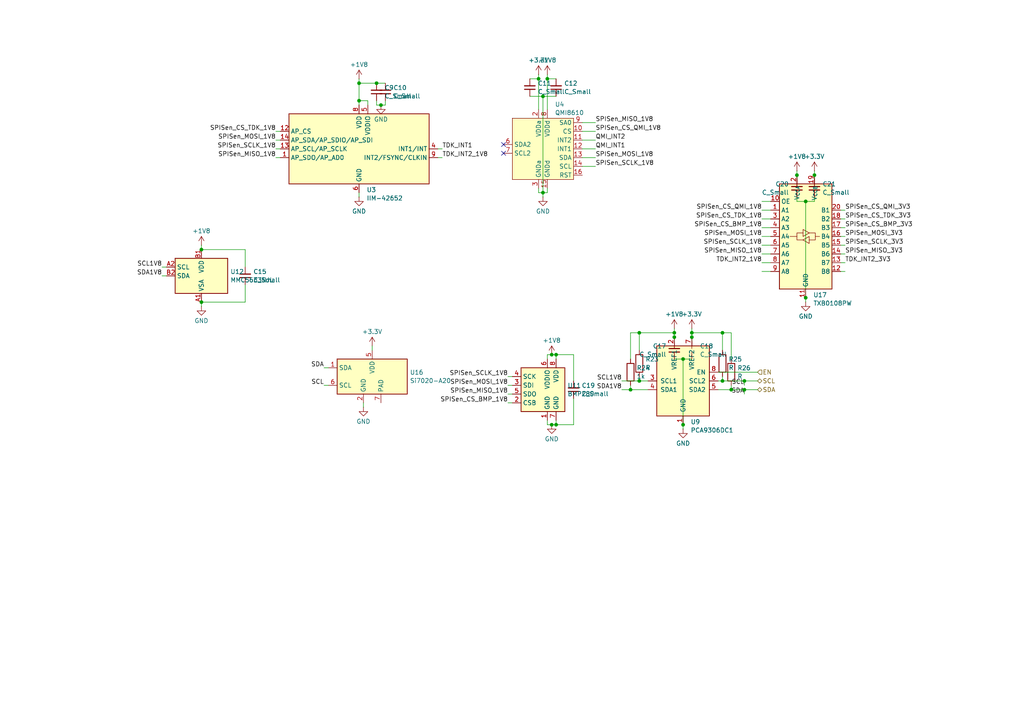
<source format=kicad_sch>
(kicad_sch (version 20231120) (generator "eeschema") (generator_version "8.0")
  (paper "A4")
  (lib_symbols
    (symbol "Device:C_Small" (pin_numbers hide) (pin_names (offset 0.254) hide)
      (property "Reference" "C" (at 0.254 1.778 0))
      (property "Value" "C_Small" (at 0.254 -2.032 0))
      (symbol "C_Small_0_1"
        (polyline (pts (xy -1.524 -0.508) (xy 1.524 -0.508)) (stroke (width 0.3302)))
        (polyline (pts (xy -1.524 0.508) (xy 1.524 0.508)) (stroke (width 0.3048)))
      )
      (symbol "C_Small_1_1"
        (pin passive line (at 0 2.54 270) (length 2.032) (name "~") (number "1"))
        (pin passive line (at 0 -2.54 90) (length 2.032) (name "~") (number "2"))
      )
    )
    (symbol "Device:R" (pin_numbers hide) (pin_names (offset 0))
      (property "Reference" "R" (at 2.032 0 90))
      (property "Value" "R" (at 0 0 90))
      (symbol "R_0_1"
        (rectangle (start -1.016 -2.54) (end 1.016 2.54) (stroke (width 0.254)))
      )
      (symbol "R_1_1"
        (pin passive line (at 0 3.81 270) (length 1.27) (name "~") (number "1"))
        (pin passive line (at 0 -3.81 90) (length 1.27) (name "~") (number "2"))
      )
    )
    (symbol "Interface:PCA9306DC1" (pin_names (offset 1.016))
      (property "Reference" "U" (at -7.62 11.43 0))
      (property "Value" "PCA9306DC1" (at 3.81 11.43 0))
      (symbol "PCA9306DC1_0_1"
        (rectangle (start -7.62 10.16) (end 7.62 -10.16) (stroke (width 0.254)) (fill (type background)))
      )
      (symbol "PCA9306DC1_1_1"
        (pin power_in line (at 0 -12.7 90) (length 2.54) (name "GND") (number "1"))
        (pin power_in line (at -2.54 12.7 270) (length 2.54) (name "VREF1") (number "2"))
        (pin bidirectional line (at -10.16 0 0) (length 2.54) (name "SCL1") (number "3"))
        (pin bidirectional line (at -10.16 -2.54 0) (length 2.54) (name "SDA1") (number "4"))
        (pin bidirectional line (at 10.16 -2.54 180) (length 2.54) (name "SDA2") (number "5"))
        (pin bidirectional line (at 10.16 0 180) (length 2.54) (name "SCL2") (number "6"))
        (pin power_in line (at 2.54 12.7 270) (length 2.54) (name "VREF2") (number "7"))
        (pin input line (at 10.16 2.54 180) (length 2.54) (name "EN") (number "8"))
      )
    )
    (symbol "Logic_LevelTranslator:TXB0108PW"
      (property "Reference" "U" (at -6.35 16.51 0))
      (property "Value" "TXB0108PW" (at 3.81 16.51 0))
      (symbol "TXB0108PW_0_1"
        (rectangle (start -7.62 15.24) (end 7.62 -15.24) (stroke (width 0.254)) (fill (type background)))
        (polyline (pts (xy -2.54 0) (xy -2.54 1.016) (xy -0.762 1.016)))
        (polyline (pts (xy 2.794 0) (xy 2.794 -1.016) (xy 1.016 -1.016)))
        (polyline (pts (xy -0.762 -1.016) (xy -2.54 -1.016) (xy -2.54 0) (xy -4.572 0)))
        (polyline (pts (xy -0.762 -1.016) (xy 1.016 0) (xy 1.016 -2.032) (xy -0.762 -1.016)))
        (polyline (pts (xy 1.016 1.016) (xy -0.762 0) (xy -0.762 2.032) (xy 1.016 1.016)))
        (polyline (pts (xy 1.016 1.016) (xy 2.794 1.016) (xy 2.794 0) (xy 4.064 0)))
      )
      (symbol "TXB0108PW_1_1"
        (pin bidirectional line (at -10.16 7.62 0) (length 2.54) (name "A1") (number "1"))
        (pin input line (at -10.16 10.16 0) (length 2.54) (name "OE") (number "10"))
        (pin power_in line (at 0 -17.78 90) (length 2.54) (name "GND") (number "11"))
        (pin bidirectional line (at 10.16 -10.16 180) (length 2.54) (name "B8") (number "12"))
        (pin bidirectional line (at 10.16 -7.62 180) (length 2.54) (name "B7") (number "13"))
        (pin bidirectional line (at 10.16 -5.08 180) (length 2.54) (name "B6") (number "14"))
        (pin bidirectional line (at 10.16 -2.54 180) (length 2.54) (name "B5") (number "15"))
        (pin bidirectional line (at 10.16 0 180) (length 2.54) (name "B4") (number "16"))
        (pin bidirectional line (at 10.16 2.54 180) (length 2.54) (name "B3") (number "17"))
        (pin bidirectional line (at 10.16 5.08 180) (length 2.54) (name "B2") (number "18"))
        (pin power_in line (at 2.54 17.78 270) (length 2.54) (name "V_{CCB}") (number "19"))
        (pin power_in line (at -2.54 17.78 270) (length 2.54) (name "V_{CCA}") (number "2"))
        (pin bidirectional line (at 10.16 7.62 180) (length 2.54) (name "B1") (number "20"))
        (pin bidirectional line (at -10.16 5.08 0) (length 2.54) (name "A2") (number "3"))
        (pin bidirectional line (at -10.16 2.54 0) (length 2.54) (name "A3") (number "4"))
        (pin bidirectional line (at -10.16 0 0) (length 2.54) (name "A4") (number "5"))
        (pin bidirectional line (at -10.16 -2.54 0) (length 2.54) (name "A5") (number "6"))
        (pin bidirectional line (at -10.16 -5.08 0) (length 2.54) (name "A6") (number "7"))
        (pin bidirectional line (at -10.16 -7.62 0) (length 2.54) (name "A7") (number "8"))
        (pin bidirectional line (at -10.16 -10.16 0) (length 2.54) (name "A8") (number "9"))
      )
    )
    (symbol "New_Library:QMI8610"
      (property "Reference" "U" (at 3.048 12.7 0))
      (property "Value" "QMI8610" (at 6.604 10.668 0))
      (symbol "QMI8610_1_1"
        (rectangle (start -8.89 8.89) (end 8.89 -8.89) (fill (type background)))
        (pin no_connect line (at -11.43 -3.81 0) (length 2.54) hide (name "RESV3") (number "1"))
        (pin input line (at 11.43 5.08 180) (length 2.54) (name "CS") (number "10"))
        (pin input line (at 11.43 2.54 180) (length 2.54) (name "INT2") (number "11"))
        (pin input line (at 11.43 0 180) (length 2.54) (name "INT1") (number "12"))
        (pin bidirectional line (at 11.43 -2.54 180) (length 2.54) (name "SDA") (number "13"))
        (pin bidirectional line (at 11.43 -5.08 180) (length 2.54) (name "SCL") (number "14"))
        (pin power_in line (at 1.27 -11.43 90) (length 2.54) (name "GNDd") (number "15"))
        (pin input line (at 11.43 -7.62 180) (length 2.54) (name "RST") (number "16"))
        (pin power_in line (at -1.27 11.43 270) (length 2.54) (name "VDDa") (number "2"))
        (pin power_in line (at -1.27 -11.43 90) (length 2.54) (name "GNDa") (number "3"))
        (pin no_connect line (at -11.43 6.35 0) (length 2.54) hide (name "RESV2") (number "4"))
        (pin no_connect line (at -11.43 3.81 0) (length 2.54) hide (name "RESV1") (number "5"))
        (pin bidirectional line (at -11.43 1.27 0) (length 2.54) (name "SDA2") (number "6"))
        (pin bidirectional line (at -11.43 -1.27 0) (length 2.54) (name "SCL2") (number "7"))
        (pin power_in line (at 1.27 11.43 270) (length 2.54) (name "VDDd") (number "8"))
        (pin bidirectional line (at 11.43 7.62 180) (length 2.54) (name "SA0") (number "9"))
      )
    )
    (symbol "Sensor_Humidity:Si7020-A20"
      (property "Reference" "U" (at -5.08 7.62 0))
      (property "Value" "Si7020-A20" (at -10.16 10.16 0))
      (symbol "Si7020-A20_0_1"
        (rectangle (start -10.16 5.08) (end 10.16 -5.08) (stroke (width 0.254)) (fill (type background)))
      )
      (symbol "Si7020-A20_1_1"
        (pin bidirectional line (at -12.7 2.54 0) (length 2.54) (name "SDA") (number "1"))
        (pin power_in line (at -2.54 -7.62 90) (length 2.54) (name "GND") (number "2"))
        (pin no_connect line (at 10.16 2.54 180) (length 2.54) hide (name "NC") (number "3"))
        (pin no_connect line (at 10.16 -2.54 180) (length 2.54) hide (name "NC") (number "4"))
        (pin power_in line (at 0 7.62 270) (length 2.54) (name "VDD") (number "5"))
        (pin input line (at -12.7 -2.54 0) (length 2.54) (name "SCL") (number "6"))
        (pin passive line (at 2.54 -7.62 90) (length 2.54) (name "PAD") (number "7"))
      )
    )
    (symbol "Sensor_Magnetic:MMC5633NJL"
      (property "Reference" "U" (at -2.54 8.255 0))
      (property "Value" "MMC5633NJL" (at -2.54 6.35 0))
      (symbol "MMC5633NJL_0_1"
        (rectangle (start -7.62 -5.08) (end 7.62 5.08) (stroke (width 0.254)) (fill (type background)))
      )
      (symbol "MMC5633NJL_1_1"
        (pin power_in line (at 0 -7.62 90) (length 2.54) (name "VSA") (number "A1"))
        (pin input line (at -10.16 2.54 0) (length 2.54) (name "SCL") (number "A2"))
        (pin power_in line (at 0 7.62 270) (length 2.54) (name "VDD") (number "B1"))
        (pin bidirectional line (at -10.16 0 0) (length 2.54) (name "SDA") (number "B2"))
      )
    )
    (symbol "Sensor_Motion:IIM-42652"
      (property "Reference" "U" (at -19.05 11.43 0))
      (property "Value" "IIM-42652" (at 15.24 11.43 0))
      (symbol "IIM-42652_0_1"
        (rectangle (start -20.32 10.16) (end 20.32 -10.16) (stroke (width 0.254)) (fill (type background)))
      )
      (symbol "IIM-42652_1_1"
        (pin input line (at -22.86 -2.54 0) (length 2.54) (name "AP_SDO/AP_AD0") (number "1"))
        (pin no_connect line (at 20.32 2.54 180) (length 2.54) hide (name "RESV") (number "10"))
        (pin no_connect line (at 20.32 -7.62 180) (length 2.54) hide (name "RESV") (number "11"))
        (pin input line (at -22.86 5.08 0) (length 2.54) (name "AP_CS") (number "12"))
        (pin input line (at -22.86 0 0) (length 2.54) (name "AP_SCL/AP_SCLK") (number "13"))
        (pin bidirectional line (at -22.86 2.54 0) (length 2.54) (name "AP_SDA/AP_SDIO/AP_SDI") (number "14"))
        (pin no_connect line (at 20.32 7.62 180) (length 2.54) hide (name "RESV") (number "2"))
        (pin no_connect line (at 20.32 5.08 180) (length 2.54) hide (name "RESV") (number "3"))
        (pin output line (at 22.86 0 180) (length 2.54) (name "INT1/INT") (number "4"))
        (pin power_in line (at 2.54 12.7 270) (length 2.54) (name "VDDIO") (number "5"))
        (pin power_in line (at 0 -12.7 90) (length 2.54) (name "GND") (number "6"))
        (pin passive line (at 0 -12.7 90) (length 2.54) hide (name "GND") (number "7"))
        (pin power_in line (at 0 12.7 270) (length 2.54) (name "VDD") (number "8"))
        (pin bidirectional line (at 22.86 -2.54 180) (length 2.54) (name "INT2/FSYNC/CLKIN") (number "9"))
      )
    )
    (symbol "Sensor_Pressure:BMP280"
      (property "Reference" "U" (at -7.62 10.16 0))
      (property "Value" "BMP280" (at 5.08 10.16 0))
      (symbol "BMP280_0_1"
        (rectangle (start -7.62 -5.08) (end 5.08 7.62) (stroke (width 0.254)) (fill (type background)))
      )
      (symbol "BMP280_1_1"
        (pin power_in line (at 0 -7.62 90) (length 2.54) (name "GND") (number "1"))
        (pin input line (at -10.16 -2.54 0) (length 2.54) (name "CSB") (number "2"))
        (pin bidirectional line (at -10.16 2.54 0) (length 2.54) (name "SDI") (number "3"))
        (pin input line (at -10.16 5.08 0) (length 2.54) (name "SCK") (number "4"))
        (pin bidirectional line (at -10.16 0 0) (length 2.54) (name "SDO") (number "5"))
        (pin power_in line (at 0 10.16 270) (length 2.54) (name "VDDIO") (number "6"))
        (pin power_in line (at 2.54 -7.62 90) (length 2.54) (name "GND") (number "7"))
        (pin power_in line (at 2.54 10.16 270) (length 2.54) (name "VDD") (number "8"))
      )
    )
    (symbol "power:+1V8" (power) (pin_numbers hide) (pin_names (offset 0) hide)
      (property "Value" "+1V8" (at 0 3.556 0))
      (symbol "+1V8_0_1"
        (polyline (pts (xy -0.762 1.27) (xy 0 2.54)))
        (polyline (pts (xy 0 0) (xy 0 2.54)))
        (polyline (pts (xy 0 2.54) (xy 0.762 1.27)))
      )
      (symbol "+1V8_1_1"
        (pin power_in line (at 0 0 90) (length 0) (name "~") (number "1"))
      )
    )
    (symbol "power:+3.3V" (power) (pin_numbers hide) (pin_names (offset 0) hide)
      (property "Value" "+3.3V" (at 0 3.556 0))
      (symbol "+3.3V_0_1"
        (polyline (pts (xy -0.762 1.27) (xy 0 2.54)))
        (polyline (pts (xy 0 0) (xy 0 2.54)))
        (polyline (pts (xy 0 2.54) (xy 0.762 1.27)))
      )
      (symbol "+3.3V_1_1"
        (pin power_in line (at 0 0 90) (length 0) (name "~") (number "1"))
      )
    )
    (symbol "power:GND" (power) (pin_numbers hide) (pin_names (offset 0) hide)
      (property "Value" "GND" (at 0 -3.81 0))
      (symbol "GND_0_1"
        (polyline (pts (xy 0 0) (xy 0 -1.27) (xy 1.27 -1.27) (xy 0 -2.54) (xy -1.27 -1.27) (xy 0 -1.27)))
      )
      (symbol "GND_1_1"
        (pin power_in line (at 0 0 270) (length 0) (name "~") (number "1"))
      )
    )
  )
  (junction (at 157.48 55.88))
  (junction (at 185.42 96.52))
  (junction (at 109.22 24.13))
  (junction (at 110.49 30.48))
  (junction (at 104.14 24.13))
  (junction (at 200.66 97.79))
  (junction (at 156.21 22.86))
  (junction (at 209.55 110.49))
  (junction (at 160.02 102.87))
  (junction (at 182.88 113.03))
  (junction (at 195.58 97.79))
  (junction (at 195.58 96.52))
  (junction (at 198.12 123.19))
  (junction (at 200.66 96.52))
  (junction (at 212.09 113.03))
  (junction (at 158.75 22.86))
  (junction (at 233.68 86.36))
  (junction (at 236.22 50.8))
  (junction (at 198.12 104.14))
  (junction (at 161.29 102.87))
  (junction (at 58.42 72.39))
  (junction (at 157.48 27.94))
  (junction (at 58.42 87.63))
  (junction (at 161.29 123.19))
  (junction (at 233.68 58.42))
  (junction (at 231.14 50.8))
  (junction (at 215.9 113.03))
  (junction (at 160.02 123.19))
  (junction (at 209.55 96.52))
  (junction (at 215.9 110.49))
  (junction (at 104.14 29.21))
  (junction (at 185.42 110.49))
  (no_connect (at 146.05 41.91))
  (no_connect (at 146.05 44.45))
  (wire (pts (xy 147.32 109.22) (xy 148.59 109.22)))
  (wire (pts (xy 195.58 97.79) (xy 195.58 96.52)))
  (wire (pts (xy 104.14 29.21) (xy 104.14 30.48)))
  (wire (pts (xy 153.67 22.86) (xy 156.21 22.86)))
  (wire (pts (xy 156.21 22.86) (xy 156.21 31.75)))
  (wire (pts (xy 212.09 113.03) (xy 215.9 113.03)))
  (wire (pts (xy 147.32 116.84) (xy 148.59 116.84)))
  (wire (pts (xy 243.84 76.2) (xy 245.11 76.2)))
  (wire (pts (xy 185.42 110.49) (xy 187.96 110.49)))
  (wire (pts (xy 220.98 66.04) (xy 223.52 66.04)))
  (wire (pts (xy 220.98 60.96) (xy 223.52 60.96)))
  (wire (pts (xy 182.88 111.76) (xy 182.88 113.03)))
  (wire (pts (xy 195.58 95.25) (xy 195.58 96.52)))
  (wire (pts (xy 80.01 43.18) (xy 81.28 43.18)))
  (wire (pts (xy 180.34 110.49) (xy 185.42 110.49)))
  (wire (pts (xy 243.84 60.96) (xy 245.11 60.96)))
  (wire (pts (xy 158.75 22.86) (xy 161.29 22.86)))
  (wire (pts (xy 80.01 45.72) (xy 81.28 45.72)))
  (wire (pts (xy 158.75 123.19) (xy 160.02 123.19)))
  (wire (pts (xy 168.91 35.56) (xy 172.72 35.56)))
  (wire (pts (xy 182.88 113.03) (xy 187.96 113.03)))
  (wire (pts (xy 168.91 43.18) (xy 172.72 43.18)))
  (wire (pts (xy 104.14 55.88) (xy 104.14 57.15)))
  (wire (pts (xy 106.68 30.48) (xy 106.68 29.21)))
  (wire (pts (xy 220.98 58.42) (xy 223.52 58.42)))
  (wire (pts (xy 209.55 109.22) (xy 209.55 110.49)))
  (wire (pts (xy 156.21 21.59) (xy 156.21 22.86)))
  (wire (pts (xy 168.91 48.26) (xy 172.72 48.26)))
  (wire (pts (xy 243.84 78.74) (xy 245.11 78.74)))
  (wire (pts (xy 215.9 110.49) (xy 219.71 110.49)))
  (wire (pts (xy 220.98 68.58) (xy 223.52 68.58)))
  (wire (pts (xy 157.48 27.94) (xy 161.29 27.94)))
  (wire (pts (xy 208.28 110.49) (xy 209.55 110.49)))
  (wire (pts (xy 233.68 58.42) (xy 236.22 58.42)))
  (wire (pts (xy 220.98 71.12) (xy 223.52 71.12)))
  (wire (pts (xy 236.22 49.53) (xy 236.22 50.8)))
  (wire (pts (xy 157.48 55.88) (xy 157.48 57.15)))
  (wire (pts (xy 153.67 27.94) (xy 157.48 27.94)))
  (wire (pts (xy 198.12 104.14) (xy 198.12 123.19)))
  (wire (pts (xy 212.09 96.52) (xy 209.55 96.52)))
  (wire (pts (xy 200.66 96.52) (xy 209.55 96.52)))
  (wire (pts (xy 127 43.18) (xy 128.27 43.18)))
  (wire (pts (xy 109.22 30.48) (xy 110.49 30.48)))
  (wire (pts (xy 104.14 24.13) (xy 104.14 29.21)))
  (wire (pts (xy 231.14 58.42) (xy 233.68 58.42)))
  (wire (pts (xy 71.12 82.55) (xy 71.12 87.63)))
  (wire (pts (xy 195.58 99.06) (xy 195.58 97.79)))
  (wire (pts (xy 157.48 55.88) (xy 158.75 55.88)))
  (wire (pts (xy 158.75 121.92) (xy 158.75 123.19)))
  (wire (pts (xy 104.14 29.21) (xy 106.68 29.21)))
  (wire (pts (xy 104.14 24.13) (xy 109.22 24.13)))
  (wire (pts (xy 93.98 106.68) (xy 95.25 106.68)))
  (wire (pts (xy 182.88 96.52) (xy 185.42 96.52)))
  (wire (pts (xy 208.28 113.03) (xy 212.09 113.03)))
  (wire (pts (xy 220.98 63.5) (xy 223.52 63.5)))
  (wire (pts (xy 147.32 114.3) (xy 148.59 114.3)))
  (wire (pts (xy 71.12 72.39) (xy 58.42 72.39)))
  (wire (pts (xy 158.75 104.14) (xy 158.75 102.87)))
  (wire (pts (xy 209.55 101.6) (xy 209.55 96.52)))
  (wire (pts (xy 166.37 110.49) (xy 166.37 102.87)))
  (wire (pts (xy 109.22 24.13) (xy 111.76 24.13)))
  (wire (pts (xy 158.75 102.87) (xy 160.02 102.87)))
  (wire (pts (xy 198.12 123.19) (xy 198.12 124.46)))
  (wire (pts (xy 200.66 95.25) (xy 200.66 96.52)))
  (wire (pts (xy 46.99 80.01) (xy 48.26 80.01)))
  (wire (pts (xy 212.09 104.14) (xy 212.09 96.52)))
  (wire (pts (xy 110.49 30.48) (xy 111.76 30.48)))
  (wire (pts (xy 200.66 99.06) (xy 200.66 97.79)))
  (wire (pts (xy 236.22 52.07) (xy 236.22 50.8)))
  (wire (pts (xy 220.98 73.66) (xy 223.52 73.66)))
  (wire (pts (xy 200.66 96.52) (xy 200.66 97.79)))
  (wire (pts (xy 212.09 111.76) (xy 212.09 113.03)))
  (wire (pts (xy 166.37 115.57) (xy 166.37 123.19)))
  (wire (pts (xy 182.88 104.14) (xy 182.88 96.52)))
  (wire (pts (xy 166.37 123.19) (xy 161.29 123.19)))
  (wire (pts (xy 157.48 27.94) (xy 157.48 55.88)))
  (wire (pts (xy 160.02 123.19) (xy 161.29 123.19)))
  (wire (pts (xy 58.42 87.63) (xy 58.42 88.9)))
  (wire (pts (xy 46.99 77.47) (xy 48.26 77.47)))
  (wire (pts (xy 168.91 45.72) (xy 172.72 45.72)))
  (wire (pts (xy 80.01 40.64) (xy 81.28 40.64)))
  (wire (pts (xy 161.29 102.87) (xy 161.29 104.14)))
  (wire (pts (xy 58.42 71.12) (xy 58.42 72.39)))
  (wire (pts (xy 158.75 55.88) (xy 158.75 54.61)))
  (wire (pts (xy 209.55 110.49) (xy 215.9 110.49)))
  (wire (pts (xy 156.21 54.61) (xy 156.21 55.88)))
  (wire (pts (xy 243.84 68.58) (xy 245.11 68.58)))
  (wire (pts (xy 220.98 76.2) (xy 223.52 76.2)))
  (wire (pts (xy 93.98 111.76) (xy 95.25 111.76)))
  (wire (pts (xy 220.98 78.74) (xy 223.52 78.74)))
  (wire (pts (xy 243.84 66.04) (xy 245.11 66.04)))
  (wire (pts (xy 158.75 22.86) (xy 158.75 31.75)))
  (wire (pts (xy 185.42 101.6) (xy 185.42 96.52)))
  (wire (pts (xy 166.37 102.87) (xy 161.29 102.87)))
  (wire (pts (xy 161.29 121.92) (xy 161.29 123.19)))
  (wire (pts (xy 156.21 55.88) (xy 157.48 55.88)))
  (wire (pts (xy 236.22 58.42) (xy 236.22 57.15)))
  (wire (pts (xy 231.14 52.07) (xy 231.14 50.8)))
  (wire (pts (xy 160.02 102.87) (xy 161.29 102.87)))
  (wire (pts (xy 215.9 113.03) (xy 219.71 113.03)))
  (wire (pts (xy 127 45.72) (xy 128.27 45.72)))
  (wire (pts (xy 71.12 87.63) (xy 58.42 87.63)))
  (wire (pts (xy 231.14 57.15) (xy 231.14 58.42)))
  (wire (pts (xy 243.84 63.5) (xy 245.11 63.5)))
  (wire (pts (xy 185.42 96.52) (xy 195.58 96.52)))
  (wire (pts (xy 107.95 100.33) (xy 107.95 101.6)))
  (wire (pts (xy 215.9 110.49) (xy 215.9 111.76)))
  (wire (pts (xy 215.9 113.03) (xy 215.9 114.3)))
  (wire (pts (xy 168.91 40.64) (xy 172.72 40.64)))
  (wire (pts (xy 208.28 107.95) (xy 219.71 107.95)))
  (wire (pts (xy 243.84 73.66) (xy 245.11 73.66)))
  (wire (pts (xy 71.12 77.47) (xy 71.12 72.39)))
  (wire (pts (xy 80.01 38.1) (xy 81.28 38.1)))
  (wire (pts (xy 195.58 104.14) (xy 198.12 104.14)))
  (wire (pts (xy 233.68 58.42) (xy 233.68 86.36)))
  (wire (pts (xy 168.91 38.1) (xy 172.72 38.1)))
  (wire (pts (xy 111.76 30.48) (xy 111.76 29.21)))
  (wire (pts (xy 180.34 113.03) (xy 182.88 113.03)))
  (wire (pts (xy 233.68 86.36) (xy 233.68 87.63)))
  (wire (pts (xy 198.12 104.14) (xy 200.66 104.14)))
  (wire (pts (xy 243.84 71.12) (xy 245.11 71.12)))
  (wire (pts (xy 105.41 116.84) (xy 105.41 118.11)))
  (wire (pts (xy 147.32 111.76) (xy 148.59 111.76)))
  (wire (pts (xy 109.22 29.21) (xy 109.22 30.48)))
  (wire (pts (xy 104.14 22.86) (xy 104.14 24.13)))
  (wire (pts (xy 158.75 21.59) (xy 158.75 22.86)))
  (wire (pts (xy 185.42 109.22) (xy 185.42 110.49)))
  (wire (pts (xy 231.14 49.53) (xy 231.14 50.8)))
  (label "SPISen_MOSI_3V3" (at 245.11 68.58 0))
  (label "SPISen_MOSI_1V8" (at 220.98 68.58 180))
  (label "SPISen_MISO_1V8" (at 172.72 35.56 0))
  (label "SPISen_CS_BMP_3V3" (at 245.11 66.04 0))
  (label "SPISen_MOSI_1V8" (at 147.32 111.76 180))
  (label "SDA1V8" (at 46.99 80.01 180))
  (label "SPISen_CS_QMI_1V8" (at 220.98 60.96 180))
  (label "QMI_INT2" (at 172.72 40.64 0))
  (label "TDK_INT2_1V8" (at 128.27 45.72 0))
  (label "SPISen_CS_QMI_3V3" (at 245.11 60.96 0))
  (label "SPISen_CS_TDK_1V8" (at 80.01 38.1 180))
  (label "SPISen_MOSI_1V8" (at 80.01 40.64 180))
  (label "SCL" (at 93.98 111.76 180))
  (label "SDA" (at 93.98 106.68 180))
  (label "SPISen_MISO_1V8" (at 147.32 114.3 180))
  (label "SPISen_CS_QMI_1V8" (at 172.72 38.1 0))
  (label "SPISen_CS_TDK_1V8" (at 220.98 63.5 180))
  (label "SPISen_MOSI_1V8" (at 172.72 45.72 0))
  (label "SCL" (at 215.9 111.76 180))
  (label "SPISen_MISO_1V8" (at 80.01 45.72 180))
  (label "SCL1V8" (at 46.99 77.47 180))
  (label "TDK_INT2_1V8" (at 220.98 76.2 180))
  (label "SPISen_CS_BMP_1V8" (at 220.98 66.04 180))
  (label "TDK_INT2_3V3" (at 245.11 76.2 0))
  (label "SPISen_CS_BMP_1V8" (at 147.32 116.84 180))
  (label "SDA1V8" (at 180.34 113.03 180))
  (label "SPISen_MISO_3V3" (at 245.11 73.66 0))
  (label "SPISen_SCLK_1V8" (at 220.98 71.12 180))
  (label "TDK_INT1" (at 128.27 43.18 0))
  (label "QMI_INT1" (at 172.72 43.18 0))
  (label "SPISen_CS_TDK_3V3" (at 245.11 63.5 0))
  (label "SPISen_MISO_1V8" (at 220.98 73.66 180))
  (label "SDA" (at 215.9 114.3 180))
  (label "SPISen_SCLK_1V8" (at 147.32 109.22 180))
  (label "SPISen_SCLK_1V8" (at 80.01 43.18 180))
  (label "SPISen_SCLK_1V8" (at 172.72 48.26 0))
  (label "SPISen_SCLK_3V3" (at 245.11 71.12 0))
  (label "SCL1V8" (at 180.34 110.49 180))
  (hierarchical_label "SCL" (shape bidirectional) (at 219.71 110.49 0))
  (hierarchical_label "SDA" (shape bidirectional) (at 219.71 113.03 0))
  (hierarchical_label "EN" (shape input) (at 219.71 107.95 0))
  (symbol (lib_id "power:GND") (at 104.14 57.15 0) (unit 1)
    (property "Reference" "#PWR017" (effects (hide yes)))
    (property "Value" "GND" (at 104.14 61.2831 0))
    (property "Description" "Power symbol creates a global label with name \"GND\" , ground" (effects (hide yes)))
  )
  (symbol (lib_id "power:+1V8") (at 195.58 95.25 0) (unit 1)
    (property "Reference" "#PWR036" (effects (hide yes)))
    (property "Value" "+1V8" (at 195.58 91.1169 0))
    (property "Description" "Power symbol creates a global label with name \"+1V8\"" (effects (hide yes)))
  )
  (symbol (lib_id "power:GND") (at 58.42 88.9 0) (unit 1)
    (property "Reference" "#PWR039" (effects (hide yes)))
    (property "Value" "GND" (at 58.42 93.0331 0))
    (property "Description" "Power symbol creates a global label with name \"GND\" , ground" (effects (hide yes)))
  )
  (symbol (lib_id "Logic_LevelTranslator:TXB0108PW") (at 233.68 68.58 0) (unit 1)
    (property "Reference" "U17" (at 235.8741 85.5401 0) (effects (justify left)))
    (property "Value" "TXB0108PW" (at 235.8741 87.9644 0) (effects (justify left)))
    (property "Footprint" "Package_SO:TSSOP-20_4.4x6.5mm_P0.65mm" (effects (hide yes)))
    (property "Datasheet" "http://www.ti.com/lit/ds/symlink/txb0108.pdf" (effects (hide yes)))
    (property "Description" "8-Bit Bidirectional Voltage-Level Translator, Auto Direction Sensing and ±15-kV ESD Protection, 1.2 - 3.6V APort, 1.65 - 5.5V BPort, TSSOP-20" (effects (hide yes)))
  )
  (symbol (lib_id "Device:C_Small") (at 71.12 80.01 180) (unit 1)
    (property "Reference" "C15" (at 73.4441 78.7914 0) (effects (justify right)))
    (property "Value" "C_Small" (at 73.4441 81.2157 0) (effects (justify right)))
    (property "Footprint" "Capacitor_SMD:C_0402_1005Metric" (effects (hide yes)))
    (property "Description" "Unpolarized capacitor, small symbol" (effects (hide yes)))
  )
  (symbol (lib_id "Device:R") (at 185.42 105.41 0) (unit 1)
    (property "Reference" "R23" (at 187.198 104.1978 0) (effects (justify left)))
    (property "Value" "R" (at 187.198 106.6221 0) (effects (justify left)))
    (property "Footprint" "Resistor_SMD:R_0402_1005Metric" (effects (hide yes)))
    (property "Description" "Resistor" (effects (hide yes)))
  )
  (symbol (lib_id "Device:C_Small") (at 236.22 54.61 180) (unit 1)
    (property "Reference" "C21" (at 238.5441 53.3914 0) (effects (justify right)))
    (property "Value" "C_Small" (at 238.5441 55.8157 0) (effects (justify right)))
    (property "Footprint" "Capacitor_SMD:C_0402_1005Metric" (effects (hide yes)))
    (property "Description" "Unpolarized capacitor, small symbol" (effects (hide yes)))
  )
  (symbol (lib_id "power:+3.3V") (at 236.22 49.53 0) (unit 1)
    (property "Reference" "#PWR058" (effects (hide yes)))
    (property "Value" "+3.3V" (at 236.22 45.3969 0))
    (property "Description" "Power symbol creates a global label with name \"+3.3V\"" (effects (hide yes)))
  )
  (symbol (lib_id "power:+1V8") (at 104.14 22.86 0) (unit 1)
    (property "Reference" "#PWR013" (effects (hide yes)))
    (property "Value" "+1V8" (at 104.14 18.7269 0))
    (property "Description" "Power symbol creates a global label with name \"+1V8\"" (effects (hide yes)))
  )
  (symbol (lib_id "power:GND") (at 233.68 87.63 0) (unit 1)
    (property "Reference" "#PWR057" (effects (hide yes)))
    (property "Value" "GND" (at 233.68 91.7631 0))
    (property "Description" "Power symbol creates a global label with name \"GND\" , ground" (effects (hide yes)))
  )
  (symbol (lib_id "Device:C_Small") (at 166.37 113.03 180) (unit 1)
    (property "Reference" "C19" (at 168.6941 111.8114 0) (effects (justify right)))
    (property "Value" "C_Small" (at 168.6941 114.2357 0) (effects (justify right)))
    (property "Footprint" "Capacitor_SMD:C_0402_1005Metric" (effects (hide yes)))
    (property "Description" "Unpolarized capacitor, small symbol" (effects (hide yes)))
  )
  (symbol (lib_id "power:+1V8") (at 160.02 102.87 0) (unit 1)
    (property "Reference" "#PWR038" (effects (hide yes)))
    (property "Value" "+1V8" (at 160.02 98.7369 0))
    (property "Description" "Power symbol creates a global label with name \"+1V8\"" (effects (hide yes)))
  )
  (symbol (lib_id "Device:R") (at 212.09 107.95 0) (unit 1)
    (property "Reference" "R26" (at 213.868 106.7378 0) (effects (justify left)))
    (property "Value" "R" (at 213.868 109.1621 0) (effects (justify left)))
    (property "Footprint" "Resistor_SMD:R_0402_1005Metric" (effects (hide yes)))
    (property "Description" "Resistor" (effects (hide yes)))
  )
  (symbol (lib_id "Sensor_Motion:IIM-42652") (at 104.14 43.18 0) (unit 1)
    (property "Reference" "U3" (at 106.3341 55.0601 0) (effects (justify left)))
    (property "Value" "IIM-42652" (at 106.3341 57.4844 0) (effects (justify left)))
    (property "Footprint" "Package_LGA:Bosch_LGA-14_3x2.5mm_P0.5mm" (effects (hide yes)))
    (property "Datasheet" "https://invensense.tdk.com/wp-content/uploads/2021/01/ds-000440_iim-42652-datasheet.pdf" (effects (hide yes)))
    (property "Description" "6-axis MEMS gyroscope/accelerometer, I2C/I3C/SPI interface, 1.71 to 3.3V, LGA-14" (effects (hide yes)))
  )
  (symbol (lib_id "power:+1V8") (at 58.42 71.12 0) (unit 1)
    (property "Reference" "#PWR040" (effects (hide yes)))
    (property "Value" "+1V8" (at 58.42 66.9869 0))
    (property "Description" "Power symbol creates a global label with name \"+1V8\"" (effects (hide yes)))
  )
  (symbol (lib_id "Device:R") (at 209.55 105.41 0) (unit 1)
    (property "Reference" "R25" (at 211.328 104.1978 0) (effects (justify left)))
    (property "Value" "R" (at 211.328 106.6221 0) (effects (justify left)))
    (property "Footprint" "Resistor_SMD:R_0402_1005Metric" (effects (hide yes)))
    (property "Description" "Resistor" (effects (hide yes)))
  )
  (symbol (lib_id "Device:R") (at 182.88 107.95 0) (unit 1)
    (property "Reference" "R24" (at 184.658 106.7378 0) (effects (justify left)))
    (property "Value" "1k" (at 184.658 109.1621 0) (effects (justify left)))
    (property "Footprint" "Resistor_SMD:R_0402_1005Metric" (effects (hide yes)))
    (property "Description" "Resistor" (effects (hide yes)))
  )
  (symbol (lib_id "power:+3.3V") (at 200.66 95.25 0) (unit 1)
    (property "Reference" "#PWR037" (effects (hide yes)))
    (property "Value" "+3.3V" (at 200.66 91.1169 0))
    (property "Description" "Power symbol creates a global label with name \"+3.3V\"" (effects (hide yes)))
  )
  (symbol (lib_id "power:+1V8") (at 158.75 21.59 0) (unit 1)
    (property "Reference" "#PWR022" (effects (hide yes)))
    (property "Value" "+1V8" (at 158.75 17.4569 0))
    (property "Description" "Power symbol creates a global label with name \"+1V8\"" (effects (hide yes)))
  )
  (symbol (lib_id "Device:C_Small") (at 111.76 26.67 180) (unit 1)
    (property "Reference" "C10" (at 114.0841 25.4514 0) (effects (justify right)))
    (property "Value" "C_Small" (at 114.0841 27.8757 0) (effects (justify right)))
    (property "Footprint" "Capacitor_SMD:C_0402_1005Metric" (effects (hide yes)))
    (property "Description" "Unpolarized capacitor, small symbol" (effects (hide yes)))
  )
  (symbol (lib_id "Device:C_Small") (at 231.14 54.61 0) (mirror x) (unit 1)
    (property "Reference" "C20" (at 228.8159 53.3914 0) (effects (justify right)))
    (property "Value" "C_Small" (at 228.8159 55.8157 0) (effects (justify right)))
    (property "Footprint" "Capacitor_SMD:C_0402_1005Metric" (effects (hide yes)))
    (property "Description" "Unpolarized capacitor, small symbol" (effects (hide yes)))
  )
  (symbol (lib_id "power:GND") (at 110.49 30.48 0) (unit 1)
    (property "Reference" "#PWR018" (effects (hide yes)))
    (property "Value" "GND" (at 110.49 34.6131 0))
    (property "Description" "Power symbol creates a global label with name \"GND\" , ground" (effects (hide yes)))
  )
  (symbol (lib_id "Device:C_Small") (at 200.66 101.6 180) (unit 1)
    (property "Reference" "C18" (at 202.9841 100.3814 0) (effects (justify right)))
    (property "Value" "C_Small" (at 202.9841 102.8057 0) (effects (justify right)))
    (property "Footprint" "Capacitor_SMD:C_0402_1005Metric" (effects (hide yes)))
    (property "Description" "Unpolarized capacitor, small symbol" (effects (hide yes)))
  )
  (symbol (lib_id "power:+3.3V") (at 107.95 100.33 0) (unit 1)
    (property "Reference" "#PWR045" (effects (hide yes)))
    (property "Value" "+3.3V" (at 107.95 96.1969 0))
    (property "Description" "Power symbol creates a global label with name \"+3.3V\"" (effects (hide yes)))
  )
  (symbol (lib_id "Device:C_Small") (at 109.22 26.67 180) (unit 1)
    (property "Reference" "C9" (at 111.5441 25.4514 0) (effects (justify right)))
    (property "Value" "C_Small" (at 111.5441 27.8757 0) (effects (justify right)))
    (property "Footprint" "Capacitor_SMD:C_0402_1005Metric" (effects (hide yes)))
    (property "Description" "Unpolarized capacitor, small symbol" (effects (hide yes)))
  )
  (symbol (lib_id "power:GND") (at 105.41 118.11 0) (unit 1)
    (property "Reference" "#PWR046" (effects (hide yes)))
    (property "Value" "GND" (at 105.41 122.2431 0))
    (property "Description" "Power symbol creates a global label with name \"GND\" , ground" (effects (hide yes)))
  )
  (symbol (lib_id "Interface:PCA9306DC1") (at 198.12 110.49 0) (unit 1)
    (property "Reference" "U9" (at 200.3141 122.3701 0) (effects (justify left)))
    (property "Value" "PCA9306DC1" (at 200.3141 124.7944 0) (effects (justify left)))
    (property "Footprint" "Package_SO:VSSOP-8_2.3x2mm_P0.5mm" (effects (hide yes)))
    (property "Datasheet" "https://www.nxp.com/docs/en/data-sheet/PCA9306.pdf" (effects (hide yes)))
    (property "Description" "Dual bidirectional I2C Bus and SMBus voltage level translator, VSSOP-8" (effects (hide yes)))
  )
  (symbol (lib_id "New_Library:QMI8610") (at 157.48 43.18 0) (unit 1)
    (property "Reference" "U4" (at 160.9441 30.2725 0) (effects (justify left)))
    (property "Value" "QMI8610" (at 160.9441 32.6968 0) (effects (justify left)))
    (property "Footprint" "Package_LGA:LGA-16_3x3mm_P0.5mm" (effects (hide yes)))
    (property "Datasheet" "https://www.semiee.com/e7479686-6a3a-4c63-92fb-a2e34082e55b.html" (effects (hide yes)))
    (property "Description" "6-Axis IMU" (effects (hide yes)))
  )
  (symbol (lib_id "Sensor_Humidity:Si7020-A20") (at 107.95 109.22 0) (unit 1)
    (property "Reference" "U16" (at 118.872 108.0078 0) (effects (justify left)))
    (property "Value" "Si7020-A20" (at 118.872 110.4321 0) (effects (justify left)))
    (property "Footprint" "Package_DFN_QFN:DFN-6-1EP_3x3mm_P1mm_EP1.5x2.4mm" (effects (hide yes)))
    (property "Datasheet" "https://www.silabs.com/documents/public/data-sheets/Si7020-A20.pdf" (effects (hide yes)))
    (property "Description" "I2C Humidity and Temperature Sensor, DFN-6" (effects (hide yes)))
  )
  (symbol (lib_id "Device:C_Small") (at 153.67 25.4 180) (unit 1)
    (property "Reference" "C11" (at 155.9941 24.1814 0) (effects (justify right)))
    (property "Value" "C_Small" (at 155.9941 26.6057 0) (effects (justify right)))
    (property "Footprint" "Capacitor_SMD:C_0402_1005Metric" (effects (hide yes)))
    (property "Description" "Unpolarized capacitor, small symbol" (effects (hide yes)))
  )
  (symbol (lib_id "power:GND") (at 198.12 124.46 0) (unit 1)
    (property "Reference" "#PWR035" (effects (hide yes)))
    (property "Value" "GND" (at 198.12 128.5931 0))
    (property "Description" "Power symbol creates a global label with name \"GND\" , ground" (effects (hide yes)))
  )
  (symbol (lib_id "Sensor_Pressure:BMP280") (at 158.75 114.3 0) (unit 1)
    (property "Reference" "U11" (at 164.592 111.8178 0) (effects (justify left)))
    (property "Value" "BMP280" (at 164.592 114.2421 0) (effects (justify left)))
    (property "Footprint" "Package_LGA:Bosch_LGA-8_2x2.5mm_P0.65mm_ClockwisePinNumbering" (effects (hide yes)))
    (property "Datasheet" "https://ae-bst.resource.bosch.com/media/_tech/media/datasheets/BST-BMP280-DS001.pdf" (effects (hide yes)))
    (property "Description" "Absolute Barometric Pressure Sensor, LGA-8" (effects (hide yes)))
  )
  (symbol (lib_id "power:GND") (at 157.48 57.15 0) (unit 1)
    (property "Reference" "#PWR021" (effects (hide yes)))
    (property "Value" "GND" (at 157.48 61.2831 0))
    (property "Description" "Power symbol creates a global label with name \"GND\" , ground" (effects (hide yes)))
  )
  (symbol (lib_id "Device:C_Small") (at 195.58 101.6 0) (mirror x) (unit 1)
    (property "Reference" "C17" (at 193.2559 100.3814 0) (effects (justify right)))
    (property "Value" "C_Small" (at 193.2559 102.8057 0) (effects (justify right)))
    (property "Footprint" "Capacitor_SMD:C_0402_1005Metric" (effects (hide yes)))
    (property "Description" "Unpolarized capacitor, small symbol" (effects (hide yes)))
  )
  (symbol (lib_id "Device:C_Small") (at 161.29 25.4 180) (unit 1)
    (property "Reference" "C12" (at 163.6141 24.1814 0) (effects (justify right)))
    (property "Value" "C_Small" (at 163.6141 26.6057 0) (effects (justify right)))
    (property "Footprint" "Capacitor_SMD:C_0402_1005Metric" (effects (hide yes)))
    (property "Description" "Unpolarized capacitor, small symbol" (effects (hide yes)))
  )
  (symbol (lib_id "Sensor_Magnetic:MMC5633NJL") (at 58.42 80.01 0) (unit 1)
    (property "Reference" "U12" (at 66.802 78.7978 0) (effects (justify left)))
    (property "Value" "MMC5633NJL" (at 66.802 81.2221 0) (effects (justify left)))
    (property "Footprint" "Package_BGA:WLP-4_0.86x0.86mm_P0.4mm" (effects (hide yes)))
    (property "Datasheet" "http://www.memsic.com/uploadfiles/2020/08/20200827165106864.pdf" (effects (hide yes)))
    (property "Description" "3-axis AMR Magnetometer, 30 G, I2C & I3C  Interface, 2mG RMS, WLP-4" (effects (hide yes)))
  )
  (symbol (lib_id "power:+3.3V") (at 156.21 21.59 0) (unit 1)
    (property "Reference" "#PWR020" (effects (hide yes)))
    (property "Value" "+3.3V" (at 156.21 17.4569 0))
    (property "Description" "Power symbol creates a global label with name \"+3.3V\"" (effects (hide yes)))
  )
  (symbol (lib_id "power:GND") (at 160.02 123.19 0) (unit 1)
    (property "Reference" "#PWR019" (effects (hide yes)))
    (property "Value" "GND" (at 160.02 127.3231 0))
    (property "Description" "Power symbol creates a global label with name \"GND\" , ground" (effects (hide yes)))
  )
  (symbol (lib_id "power:+1V8") (at 231.14 49.53 0) (mirror y) (unit 1)
    (property "Reference" "#PWR056" (effects (hide yes)))
    (property "Value" "+1V8" (at 231.14 45.3969 0))
    (property "Description" "Power symbol creates a global label with name \"+1V8\"" (effects (hide yes)))
  )
)
</source>
